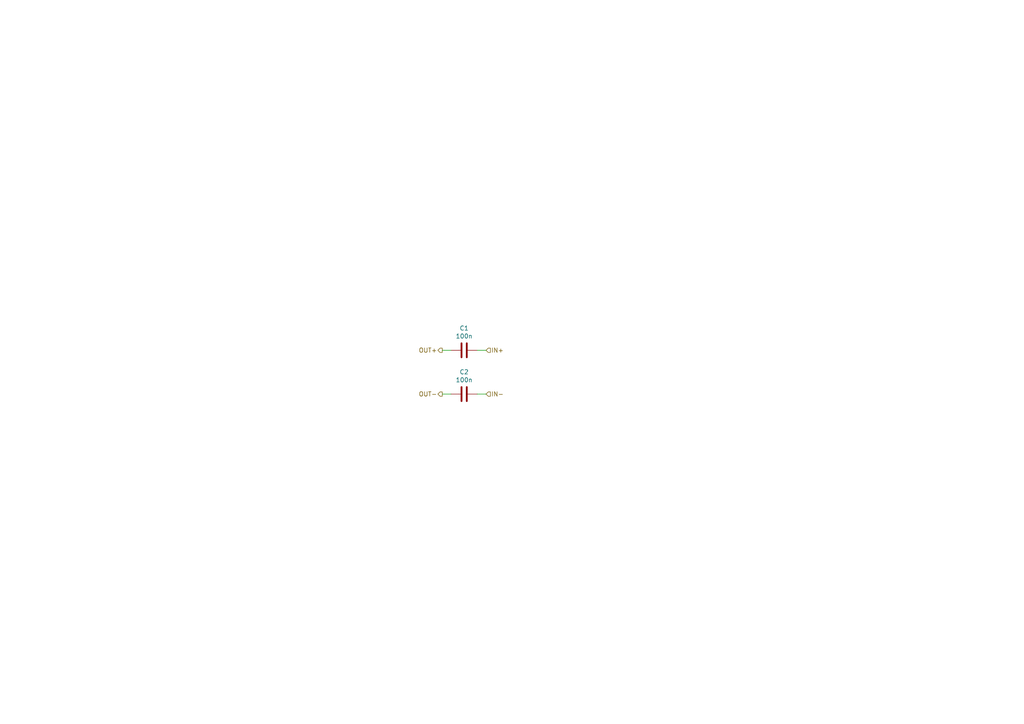
<source format=kicad_sch>
(kicad_sch (version 20250114) (generator "eeschema") (generator_version "9.0")
  (paper "A4")
  (lib_symbols
    (symbol "Device:C" (pin_numbers (hide yes)) (pin_names (offset 0.254))
      (property "Reference" "C" (at 0.635 2.54 0))
      (property "Value" "C" (at 0.635 -2.54 0))
      (symbol "C_0_1"
        (polyline (pts (xy -2.032 0.762) (xy 2.032 0.762)) (stroke (width 0.508)))
        (polyline (pts (xy -2.032 -0.762) (xy 2.032 -0.762)) (stroke (width 0.508)))
      )
      (symbol "C_1_1"
        (pin passive line (at 0 3.81 270) (length 2.794) (name "~") (number "1"))
        (pin passive line (at 0 -3.81 90) (length 2.794) (name "~") (number "2"))
      )
    )
  )
  (wire (pts (xy 138.43 101.6) (xy 140.97 101.6)))
  (wire (pts (xy 130.81 114.3) (xy 128.27 114.3)))
  (wire (pts (xy 130.81 101.6) (xy 128.27 101.6)))
  (wire (pts (xy 138.43 114.3) (xy 140.97 114.3)))
  (hierarchical_label "IN-" (shape input) (at 140.97 114.3 0))
  (hierarchical_label "OUT+" (shape output) (at 128.27 101.6 180))
  (hierarchical_label "IN+" (shape input) (at 140.97 101.6 0))
  (hierarchical_label "OUT-" (shape output) (at 128.27 114.3 180))
  (symbol (lib_id "Device:C") (at 134.62 101.6 270) (unit 1)
    (property "Reference" "C1" (at 134.62 95.1992 90))
    (property "Value" "100n" (at 134.62 97.5106 90))
    (property "Footprint" "Capacitor_SMD:C_0603_1608Metric" (effects (hide yes)))
    (instances (project "PCIexpress_x2_half" (path "" (reference "C1") (unit 1)) (path "" (reference "C3") (unit 1))))
  )
  (symbol (lib_id "Device:C") (at 134.62 114.3 90) (mirror x) (unit 1)
    (property "Reference" "C2" (at 134.62 107.8992 90))
    (property "Value" "100n" (at 134.62 110.2106 90))
    (property "Footprint" "Capacitor_SMD:C_0603_1608Metric" (effects (hide yes)))
    (instances (project "PCIexpress_x2_half" (path "" (reference "C2") (unit 1)) (path "" (reference "C4") (unit 1))))
  )
)
</source>
